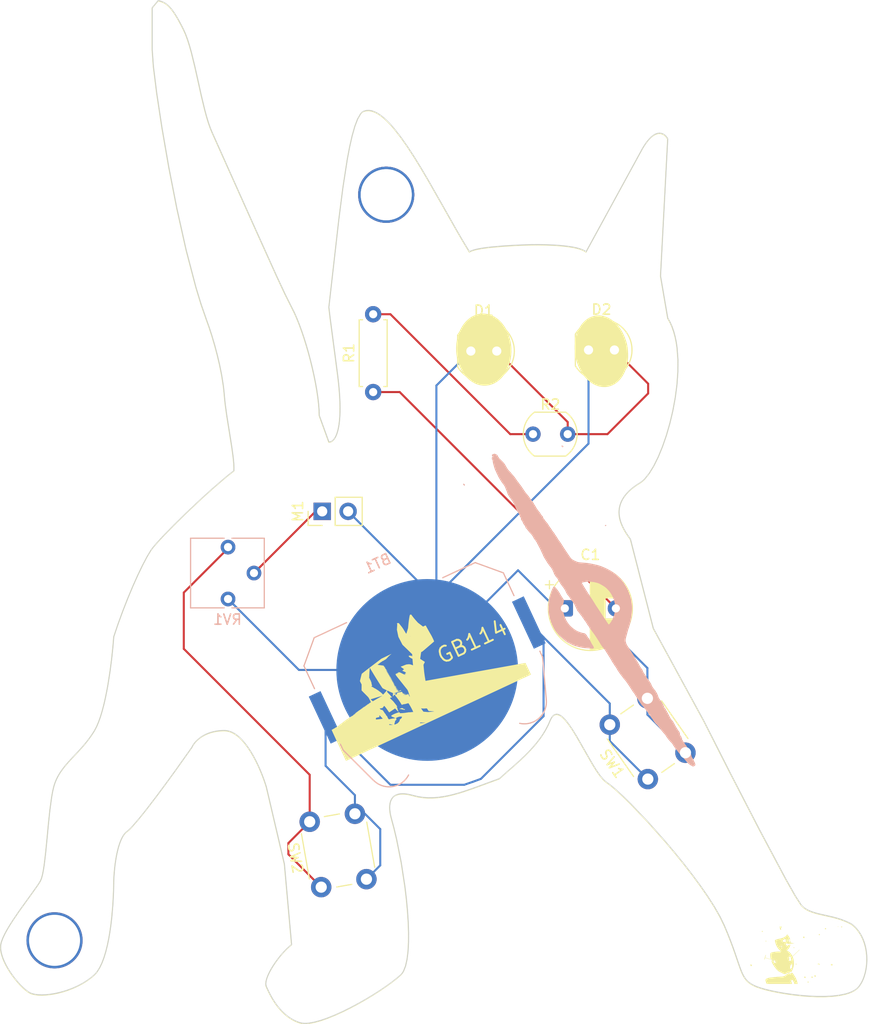
<source format=kicad_pcb>
(kicad_pcb (version 20241229) (generator "pcbnew") (generator_version "9.0")
  (title_block (title "Cat Keychain") (date "2025-06-24") (rev "0"))
  (layers (0 "F.Cu" signal) (2 "B.Cu" signal) (13 "F.Paste" user) (15 "B.Paste" user) (5 "F.SilkS" user "F.Silkscreen") (7 "B.SilkS" user "B.Silkscreen") (1 "F.Mask" user) (3 "B.Mask" user) (25 "Edge.Cuts" user))
  (net 0 "")
  (net 1 "VCC")
  (net 2 "GND")
  (net 3 "Net-(C1-Pad2)")
  (net 4 "Net-(D1-A)")
  (net 5 "Net-(M1-+)")
  (net 6 "Net-(R1-Pad2)")
  (net 7 "Net-(RV1-Pad1)")
  (footprint "LED_THT:LED_D5.0mm" (layer "F.Cu") (at 81.875679 55.035924)
    (property "Reference" "D1" (at 1.27 -3.96 0) (layer "F.SilkS"))
    (property "Value" "LED")
    (pad "1" thru_hole rect (at 0 0) (size 1.8 1.8) (drill 0.9) (layers "*.Cu" "*.Mask") (net 2 "GND"))
    (pad "2" thru_hole circle (at 2.54 0) (size 1.8 1.8) (drill 0.9) (layers "*.Cu" "*.Mask") (net 4 "Net-(D1-A)"))
  )
  (footprint "Connector_PinHeader_2.54mm:PinHeader_1x02_P2.54mm_Vertical" (layer "F.Cu") (at 67.310679 70.730515 90)
    (property "Reference" "M1" (at 0 -2.38 90) (layer "F.SilkS"))
    (property "Value" "Motor_DC")
    (pad "1" thru_hole rect (at 0 0 90) (size 1.7 1.7) (drill 1) (layers "*.Cu" "*.Mask") (net 5 "Net-(M1-+)"))
    (pad "2" thru_hole circle (at 0 2.54 90) (size 1.7 1.7) (drill 1) (layers "*.Cu" "*.Mask") (net 2 "GND"))
  )
  (footprint "LOGO" (layer "F.Cu") (at 113.248804 114.185397)
    (property "Reference" "G***" (hide yes))
    (property "Value" "LOGO" (hide yes))
  )
  (footprint "Resistor_THT:R_Axial_DIN0207_L6.3mm_D2.5mm_P7.62mm_Horizontal" (layer "F.Cu") (at 72.305679 59.050515 90)
    (property "Reference" "R1" (at 3.81 -2.37 90) (layer "F.SilkS"))
    (property "Value" "R")
    (pad "1" thru_hole circle (at 0 0 90) (size 1.6 1.6) (drill 0.8) (layers "*.Cu" "*.Mask") (net 3 "Net-(C1-Pad2)"))
    (pad "2" thru_hole circle (at 7.62 0 90) (size 1.6 1.6) (drill 0.8) (layers "*.Cu" "*.Mask") (net 6 "Net-(R1-Pad2)"))
  )
  (footprint "OptoDevice:R_LDR_5.1x4.3mm_P3.4mm_Vertical" (layer "F.Cu") (at 87.965679 63.170515)
    (property "Reference" "R2" (at 1.7 -2.9 0) (layer "F.SilkS"))
    (property "Value" "R_Photo")
    (pad "1" thru_hole circle (at 0 0) (size 1.5 1.5) (drill 0.8) (layers "*.Cu" "*.Mask") (net 6 "Net-(R1-Pad2)"))
    (pad "2" thru_hole circle (at 3.4 0) (size 1.5 1.5) (drill 0.8) (layers "*.Cu" "*.Mask") (net 4 "Net-(D1-A)"))
  )
  (footprint "Button_Switch_THT:SW_PUSH_6mm" (layer "F.Cu") (at 67.214392 107.523298 100)
    (property "Reference" "SW2" (at 3.25 -2 100) (layer "F.SilkS"))
    (property "Value" "SW_Push")
    (pad "1" thru_hole circle (at 0 0 190) (size 2 2) (drill 1.1) (layers "*.Cu" "*.Mask") (net 7 "Net-(RV1-Pad1)"))
    (pad "1" thru_hole circle (at 6.500001 0 190) (size 2 2) (drill 1.1) (layers "*.Cu" "*.Mask") (net 7 "Net-(RV1-Pad1)"))
    (pad "2" thru_hole circle (at 0 4.5 190) (size 2 2) (drill 1.1) (layers "*.Cu" "*.Mask") (net 1 "VCC"))
    (pad "2" thru_hole circle (at 6.5 4.499999 190) (size 2 2) (drill 1.1) (layers "*.Cu" "*.Mask") (net 1 "VCC"))
  )
  (footprint "Button_Switch_THT:SW_PUSH_6mm" (layer "F.Cu") (at 99.21671 96.943307 125)
    (property "Reference" "SW1" (at 3.25 -2.000001 125) (layer "F.SilkS"))
    (property "Value" "SW_Push")
    (pad "1" thru_hole circle (at 0 0 215) (size 2 2) (drill 1.1) (layers "*.Cu" "*.Mask") (net 1 "VCC"))
    (pad "1" thru_hole circle (at 6.5 0 215) (size 2 2) (drill 1.1) (layers "*.Cu" "*.Mask") (net 1 "VCC"))
    (pad "2" thru_hole circle (at 0 4.500001 215) (size 2 2) (drill 1.1) (layers "*.Cu" "*.Mask") (net 3 "Net-(C1-Pad2)"))
    (pad "2" thru_hole circle (at 6.500001 4.5 215) (size 2 2) (drill 1.1) (layers "*.Cu" "*.Mask") (net 3 "Net-(C1-Pad2)"))
  )
  (footprint "LED_THT:LED_D5.0mm" (layer "F.Cu") (at 93.405679 54.930515)
    (property "Reference" "D2" (at 1.27 -3.96 0) (layer "F.SilkS"))
    (property "Value" "LED")
    (pad "1" thru_hole rect (at 0 0) (size 1.8 1.8) (drill 0.9) (layers "*.Cu" "*.Mask") (net 2 "GND"))
    (pad "2" thru_hole circle (at 2.54 0) (size 1.8 1.8) (drill 0.9) (layers "*.Cu" "*.Mask") (net 4 "Net-(D1-A)"))
  )
  (footprint "LOGO" (layer "F.Cu") (at 76.328777 85.839623 25)
    (property "Reference" "GB114" (at 6.128641 0.276344 25) (layer "F.SilkS") (effects (font (size 1.5 1.5) (thickness 0.1875))))
    (property "Value" "LOGO" (hide yes))
  )
  (footprint "Capacitor_THT:CP_Radial_D8.0mm_P5.00mm" (layer "F.Cu") (at 91.085679 80.230515)
    (property "Reference" "C1" (at 2.5 -5.25 0) (layer "F.SilkS"))
    (property "Value" "C")
    (pad "1" thru_hole roundrect (at 0 0) (size 1.6 1.6) (drill 0.8) (layers "*.Cu" "*.Mask") (roundrect_rratio 0.15625) (net 2 "GND"))
    (pad "2" thru_hole circle (at 5 0) (size 1.6 1.6) (drill 0.8) (layers "*.Cu" "*.Mask") (net 3 "Net-(C1-Pad2)"))
  )
  (footprint "Battery:BatteryHolder_Keystone_3034_1x20mm" (layer "B.Cu") (at 77.599564 86.257652 -155)
    (property "Reference" "BT1" (at 0.000001 11.5 25) (layer "B.SilkS") (effects (justify mirror)))
    (property "Value" "Battery_Cell")
    (pad "1" smd rect (at -10.985001 -0.000001 205) (size 1.27 5.08) (layers "B.Cu" "B.Mask" "B.Paste") (net 1 "VCC"))
    (pad "1" smd rect (at 10.985001 0.000001 205) (size 1.27 5.08) (layers "B.Cu" "B.Mask" "B.Paste") (net 1 "VCC"))
    (pad "2" smd circle (at 0 0 205) (size 17.8 17.8) (layers "B.Cu" "B.Mask") (net 2 "GND"))
  )
  (footprint "LOGO" (layer "B.Cu") (at 96.670426 80.650152 150)
    (property "Reference" "GB114" (hide yes))
    (property "Value" "LOGO" (hide yes))
  )
  (footprint "Potentiometer_THT:Potentiometer_Vishay_T73YP_Vertical" (layer "B.Cu") (at 58.085679 74.230515)
    (property "Reference" "RV1" (at -0.06 7.09 0) (layer "B.SilkS") (effects (justify mirror)))
    (property "Value" "R_Potentiometer")
    (pad "1" thru_hole circle (at 0 0) (size 1.44 1.44) (drill 0.8) (layers "*.Cu" "*.Mask") (net 7 "Net-(RV1-Pad1)"))
    (pad "2" thru_hole circle (at 2.54 2.54) (size 1.44 1.44) (drill 0.8) (layers "*.Cu" "*.Mask") (net 5 "Net-(M1-+)"))
    (pad "3" thru_hole circle (at 0 5.08) (size 1.44 1.44) (drill 0.8) (layers "*.Cu" "*.Mask") (net 2 "GND"))
  )
  (gr_poly (pts (xy 51.386372 20.788955) (xy 51.531712 20.834757) (xy 51.602617 20.860907) (xy 51.672568 20.889643) (xy 51.741735 20.921279) (xy 51.810286 20.95613) (xy 51.878388 20.994511) (xy 51.946209 21.036737) (xy 52.013919 21.083122) (xy 52.081684 21.133981) (xy 52.149674 21.189629) (xy 52.218056 21.250381) (xy 52.286999 21.316552) (xy 52.356671 21.388455) (xy 52.427239 21.466407) (xy 52.498872 21.550721) (xy 52.571739 21.641712) (xy 52.646006 21.739696) (xy 52.721844 21.844987) (xy 52.799418 21.9579) (xy 52.878899 22.078749) (xy 52.960454 22.207849) (xy 53.130457 22.492063) (xy 53.310775 22.813058) (xy 53.502752 23.173354) (xy 53.707732 23.575468) (xy 53.913778 24.035848) (xy 54.109032 24.563009) (xy 54.294967 25.147567) (xy 54.473054 25.780142) (xy 54.811567 27.151808) (xy 55.136343 28.602948) (xy 55.459152 30.058503) (xy 55.791765 31.443415) (xy 55.965425 32.085924) (xy 56.145951 32.682624) (xy 56.334813 33.224134) (xy 56.533482 33.701071) (xy 60.733845 43.070195) (xy 62.837334 47.729372) (xy 63.680321 49.528167) (xy 64.304295 50.773309) (xy 64.552019 51.266142) (xy 64.799261 51.820685) (xy 65.043881 52.428556) (xy 65.283741 53.081373) (xy 65.516702 53.770753) (xy 65.740626 54.488315) (xy 65.953374 55.225677) (xy 66.152807 55.974456) (xy 66.336786 56.72627) (xy 66.503174 57.472738) (xy 66.649831 58.205477) (xy 66.774619 58.916106) (xy 66.875399 59.596242) (xy 66.950033 60.237502) (xy 66.996381 60.831506) (xy 67.012306 61.369871) (xy 67.95422 63.960145) (xy 68.010518 63.963493) (xy 68.06877 63.958464) (xy 68.128582 63.944496) (xy 68.189562 63.921028) (xy 68.251319 63.887501) (xy 68.313459 63.843352) (xy 68.375591 63.788023) (xy 68.437322 63.720952) (xy 68.498259 63.641579) (xy 68.55801 63.549343) (xy 68.616184 63.443683) (xy 68.672387 63.324039) (xy 68.726227 63.189851) (xy 68.777312 63.040558) (xy 68.825249 62.875599) (xy 68.869647 62.694414) (xy 68.910112 62.496441) (xy 68.946252 62.281122) (xy 68.977676 62.047894) (xy 69.00399 61.796198) (xy 69.024802 61.525473) (xy 69.03972 61.235158) (xy 69.048351 60.924693) (xy 69.050304 60.593517) (xy 69.045185 60.241069) (xy 69.032603 59.86679) (xy 69.012164 59.470118) (xy 68.983478 59.050492) (xy 68.94615 58.607354) (xy 68.89979 58.14014) (xy 68.844004 57.648292) (xy 68.7784 57.131249) (xy 68.068988 51.744662) (xy 67.95422 50.773309) (xy 68.583163 45.23426) (xy 68.937589 42.131609) (xy 69.327299 39.083363) (xy 69.758777 36.296888) (xy 69.992206 35.066617) (xy 70.238508 33.979551) (xy 70.498496 33.061612) (xy 70.772978 32.33872) (xy 71.062766 31.836795) (xy 71.213652 31.676796) (xy 71.36867 31.581759) (xy 71.627292 31.513009) (xy 71.895077 31.50363) (xy 72.171528 31.550909) (xy 72.45615 31.652127) (xy 72.748448 31.804569) (xy 73.047924 32.005518) (xy 73.354083 32.252258) (xy 73.66643 32.542073) (xy 73.984469 32.872245) (xy 74.307703 33.240059) (xy 74.967775 34.077746) (xy 75.642679 35.033403) (xy 76.328449 36.085298) (xy 77.021118 37.2117) (xy 77.716718 38.390878) (xy 79.100849 40.820636) (xy 80.449105 43.200724) (xy 81.099863 44.317812) (xy 81.729753 45.35729) (xy 81.809132 45.303468) (xy 81.913606 45.252342) (xy 82.190592 45.157914) (xy 82.546225 45.073491) (xy 82.966017 44.998552) (xy 83.43548 44.932583) (xy 83.940128 44.875064) (xy 84.997024 44.78331) (xy 86.020806 44.719151) (xy 86.895574 44.678448) (xy 87.734469 44.650853) (xy 88.448265 44.645334) (xy 89.199775 44.657062) (xy 90.089261 44.695005) (xy 90.556425 44.727688) (xy 91.0229 44.771582) (xy 91.476956 44.828238) (xy 91.906867 44.899209) (xy 92.300903 44.986048) (xy 92.647339 45.090306) (xy 92.79904 45.149452) (xy 92.934444 45.213536) (xy 93.052083 45.28275) (xy 93.150492 45.35729) (xy 98.684249 35.231686) (xy 98.806695 35.028755) (xy 98.926743 34.843398) (xy 99.044342 34.674978) (xy 99.15944 34.522857) (xy 99.271986 34.386396) (xy 99.381927 34.264957) (xy 99.489213 34.157902) (xy 99.59379 34.064593) (xy 99.695608 33.984391) (xy 99.794614 33.916659) (xy 99.890758 33.860759) (xy 99.983987 33.816052) (xy 100.074249 33.7819) (xy 100.161493 33.757665) (xy 100.245667 33.742709) (xy 100.326719 33.736394) (xy 100.404598 33.738081) (xy 100.479252 33.747133) (xy 100.550628 33.762911) (xy 100.618676 33.784777) (xy 100.683344 33.812094) (xy 100.744579 33.844222) (xy 100.802331 33.880524) (xy 100.856547 33.920362) (xy 100.954165 34.008092) (xy 101.03702 34.102306) (xy 101.104698 34.197901) (xy 101.156784 34.28977) (xy 100.450343 47.712082) (xy 101.156784 51.832968) (xy 101.383597 52.237794) (xy 101.579106 52.677697) (xy 101.744433 53.149809) (xy 101.880698 53.651262) (xy 101.989024 54.179189) (xy 102.07053 54.730723) (xy 102.157569 55.893143) (xy 102.150785 57.115582) (xy 102.059146 58.375102) (xy 101.891619 59.648765) (xy 101.657175 60.913632) (xy 101.36478 62.146764) (xy 101.023404 63.325223) (xy 100.642015 64.426071) (xy 100.229582 65.426369) (xy 99.795073 66.303178) (xy 99.347456 67.033559) (xy 98.8957 67.594575) (xy 98.671072 67.804403) (xy 98.448773 67.963287) (xy 98.134589 68.162246) (xy 97.850991 68.363019) (xy 97.596758 68.565257) (xy 97.370668 68.768609) (xy 97.171499 68.972729) (xy 96.99803 69.177264) (xy 96.84904 69.381868) (xy 96.723307 69.586189) (xy 96.619609 69.789879) (xy 96.536726 69.992588) (xy 96.473434 70.193968) (xy 96.428514 70.393668) (xy 96.400743 70.59134) (xy 96.388899 70.786633) (xy 96.391762 70.9792) (xy 96.40811 71.16869) (xy 96.436722 71.354753) (xy 96.476375 71.537042) (xy 96.525848 71.715206) (xy 96.58392 71.888896) (xy 96.720974 72.221457) (xy 96.877765 72.531929) (xy 97.044521 72.81752) (xy 97.21147 73.075433) (xy 97.506855 73.497048) (xy 99.743908 82.209779) (xy 104.688972 91.275724) (xy 107.222178 96.266044) (xy 110.149113 101.934101) (xy 112.730203 106.776508) (xy 113.65994 108.418285) (xy 114.225875 109.289879) (xy 114.317586 109.391721) (xy 114.415937 109.48566) (xy 114.52067 109.572209) (xy 114.631525 109.651881) (xy 114.748244 109.725188) (xy 114.870569 109.792645) (xy 114.99824 109.854763) (xy 115.130999 109.912057) (xy 115.410745 110.014223) (xy 115.707739 110.103246) (xy 116.019909 110.183232) (xy 116.345188 110.258285) (xy 117.02679 110.410014) (xy 117.378974 110.494898) (xy 117.735987 110.591269) (xy 118.09576 110.703231) (xy 118.456222 110.834889) (xy 118.636066 110.909387) (xy 118.815305 110.990349) (xy 118.993683 111.078286) (xy 119.170939 111.173714) (xy 119.341917 111.311575) (xy 119.501736 111.459784) (xy 119.650551 111.617652) (xy 119.788518 111.784488) (xy 119.915792 111.959603) (xy 120.032528 112.142306) (xy 120.138882 112.331908) (xy 120.235008 112.527719) (xy 120.321061 112.729049) (xy 120.397198 112.935208) (xy 120.463573 113.145507) (xy 120.520341 113.359255) (xy 120.567658 113.575762) (xy 120.605679 113.794339) (xy 120.654453 114.234942) (xy 120.667906 114.675546) (xy 120.647279 115.11063) (xy 120.593813 115.534676) (xy 120.508751 115.942166) (xy 120.393334 116.327579) (xy 120.324631 116.510282) (xy 120.248804 116.685397) (xy 120.16601 116.852233) (xy 120.076404 117.0101) (xy 119.98014 117.15831) (xy 119.877374 117.296171) (xy 119.729369 117.453561) (xy 119.551549 117.594975) (xy 119.345832 117.720997) (xy 119.114136 117.832208) (xy 118.858381 117.92919) (xy 118.580485 118.012525) (xy 117.965945 118.140584) (xy 117.285867 118.221041) (xy 116.5556 118.258553) (xy 115.790494 118.257777) (xy 115.005899 118.223369) (xy 114.217165 118.159986) (xy 113.439641 118.072285) (xy 112.688678 117.964923) (xy 111.979625 117.842555) (xy 111.327832 117.70984) (xy 110.748649 117.571433) (xy 110.257425 117.431991) (xy 109.869512 117.296171) (xy 109.710354 117.229156) (xy 109.563463 117.160179) (xy 109.427999 117.088658) (xy 109.30312 117.014011) (xy 109.187985 116.935656) (xy 109.081754 116.85301) (xy 108.983587 116.765493) (xy 108.892641 116.672521) (xy 108.808077 116.573512) (xy 108.729053 116.467885) (xy 108.654729 116.355057) (xy 108.584264 116.234447) (xy 108.516818 116.105472) (xy 108.451549 115.96755) (xy 108.387616 115.820099) (xy 108.32418 115.662536) (xy 108.195431 115.314751) (xy 108.058575 114.919535) (xy 107.733641 113.96819) (xy 107.53211 113.402747) (xy 107.295567 112.771248) (xy 107.162064 112.429272) (xy 107.017286 112.069036) (xy 106.860392 111.689958) (xy 106.690541 111.291455) (xy 106.272502 110.430427) (xy 105.735977 109.491787) (xy 105.097693 108.491748) (xy 104.374383 107.446522) (xy 103.582774 106.372321) (xy 102.739596 105.285357) (xy 101.86158 104.201843) (xy 100.965454 103.13799) (xy 99.185793 101.134118) (xy 97.53445 99.403438) (xy 96.798721 98.681076) (xy 96.14526 98.075648) (xy 95.590797 97.603368) (xy 95.152061 97.280446) (xy 94.997942 97.163252) (xy 94.837652 97.009073) (xy 94.50054 96.602737) (xy 94.144693 96.087391) (xy 93.774076 95.488986) (xy 92.223232 92.783793) (xy 91.838258 92.159358) (xy 91.462312 91.607571) (xy 91.099358 91.154384) (xy 90.923993 90.972874) (xy 90.753364 90.825746) (xy 90.587966 90.716244) (xy 90.428296 90.64761) (xy 90.274848 90.62309) (xy 90.128119 90.645927) (xy 89.988604 90.719365) (xy 89.856799 90.846648) (xy 89.733201 91.031019) (xy 89.618304 91.275724) (xy 89.521406 91.505568) (xy 89.416523 91.731325) (xy 89.18451 92.170837) (xy 88.925679 92.594782) (xy 88.643442 93.003682) (xy 88.341213 93.39806) (xy 88.022404 93.778439) (xy 87.690427 94.145341) (xy 87.348697 94.499288) (xy 87.000624 94.840804) (xy 86.649624 95.170411) (xy 85.952488 95.795987) (xy 85.284593 96.380197) (xy 84.67324 96.927222) (xy 82.328751 97.787459) (xy 81.237637 98.164871) (xy 80.708016 98.330017) (xy 80.187363 98.475501) (xy 79.674437 98.598358) (xy 79.167996 98.695619) (xy 78.666798 98.76432) (xy 78.169602 98.801493) (xy 77.675164 98.804172) (xy 77.182245 98.769391) (xy 76.689602 98.694183) (xy 76.195992 98.575581) (xy 75.957092 98.512916) (xy 75.734548 98.465745) (xy 75.527839 98.433375) (xy 75.336444 98.41511) (xy 75.159841 98.410259) (xy 74.997508 98.418125) (xy 74.848923 98.438015) (xy 74.713566 98.469234) (xy 74.590914 98.511089) (xy 74.480445 98.562886) (xy 74.381638 98.62393) (xy 74.293971 98.693527) (xy 74.216922 98.770983) (xy 74.149971 98.855604) (xy 74.092594 98.946695) (xy 74.044271 99.043564) (xy 74.004479 99.145514) (xy 73.972698 99.251853) (xy 73.948405 99.361885) (xy 73.931079 99.474918) (xy 73.920198 99.590256) (xy 73.91524 99.707207) (xy 73.921008 99.943165) (xy 73.944209 100.17724) (xy 73.98067 100.403879) (xy 74.026217 100.617528) (xy 74.076678 100.812634) (xy 74.343129 101.80981) (xy 74.595906 102.877236) (xy 75.048432 105.15799) (xy 75.410253 107.5252) (xy 75.549647 108.700697) (xy 75.657363 109.849172) (xy 75.7304 110.954414) (xy 75.765757 112.000211) (xy 75.760434 112.97035) (xy 75.71143 113.848621) (xy 75.615745 114.618811) (xy 75.470378 115.264708) (xy 75.272328 115.770101) (xy 75.15261 115.965042) (xy 75.018595 116.118777) (xy 74.617775 116.469179) (xy 74.13003 116.85235) (xy 73.567778 117.259667) (xy 72.943436 117.682506) (xy 72.269423 118.112244) (xy 71.558157 118.540257) (xy 70.822055 118.957922) (xy 70.073534 119.356616) (xy 69.325014 119.727714) (xy 68.588912 120.062593) (xy 67.877645 120.35263) (xy 67.203632 120.589201) (xy 66.57929 120.763683) (xy 66.017037 120.867453) (xy 65.763075 120.890125) (xy 65.529292 120.891885) (xy 65.31724 120.871656) (xy 65.128471 120.828359) (xy 64.954607 120.769438) (xy 64.786175 120.703317) (xy 64.62309 120.630384) (xy 64.465266 120.551026) (xy 64.312616 120.465632) (xy 64.165053 120.374589) (xy 64.022492 120.278286) (xy 63.884847 120.177111) (xy 63.75203 120.071452) (xy 63.623957 119.961696) (xy 63.381694 119.731449) (xy 63.157368 119.489473) (xy 62.950289 119.238874) (xy 62.759767 118.982757) (xy 62.585112 118.724224) (xy 62.425635 118.466381) (xy 62.280645 118.212333) (xy 62.149453 117.965183) (xy 62.031368 117.728037) (xy 61.831763 117.296171) (xy 61.802477 117.212216) (xy 61.784938 117.119678) (xy 61.778659 117.019126) (xy 61.783153 116.911129) (xy 61.797932 116.796257) (xy 61.822508 116.675079) (xy 61.856396 116.548163) (xy 61.899107 116.416079) (xy 62.00905 116.138683) (xy 62.148439 115.847443) (xy 62.313377 115.546913) (xy 62.499965 115.241645) (xy 62.704305 114.936192) (xy 62.922498 114.635107) (xy 63.150648 114.342943) (xy 63.384855 114.064252) (xy 63.621221 113.803588) (xy 63.855849 113.565503) (xy 64.084839 113.354551) (xy 64.304295 113.175283) (xy 63.597857 105.286732) (xy 61.831763 97.751398) (xy 61.716681 97.385286) (xy 61.578093 96.984045) (xy 61.416967 96.55578) (xy 61.234268 96.108598) (xy 61.030962 95.650605) (xy 60.808015 95.189909) (xy 60.566394 94.734615) (xy 60.307065 94.29283) (xy 60.030994 93.87266) (xy 59.739147 93.482212) (xy 59.43249 93.129592) (xy 59.27391 92.970001) (xy 59.11199 92.822907) (xy 58.946851 92.689323) (xy 58.778613 92.570263) (xy 58.607397 92.466739) (xy 58.433324 92.379766) (xy 58.256515 92.310356) (xy 58.077091 92.259523) (xy 57.895172 92.228281) (xy 57.710879 92.217641) (xy 57.528396 92.220811) (xy 57.351796 92.230117) (xy 57.181024 92.24526) (xy 57.016031 92.265936) (xy 56.70317 92.322682) (xy 56.412799 92.397941) (xy 56.144504 92.489297) (xy 55.897872 92.594336) (xy 55.672488 92.710643) (xy 55.467938 92.835803) (xy 55.283809 92.967401) (xy 55.119687 93.103021) (xy 54.975157 93.24025) (xy 54.849806 93.376672) (xy 54.74322 93.509873) (xy 54.654984 93.637436) (xy 54.584686 93.756948) (xy 54.53191 93.865994) (xy 52.942429 96.104151) (xy 52.009711 97.386455) (xy 51.058595 98.666828) (xy 50.144273 99.862206) (xy 49.321934 100.889531) (xy 48.646771 101.665739) (xy 48.381627 101.933717) (xy 48.173972 102.107769) (xy 48.087497 102.175839) (xy 48.004636 102.255977) (xy 47.925325 102.347508) (xy 47.849499 102.449761) (xy 47.777094 102.562063) (xy 47.708045 102.683742) (xy 47.579756 102.952537) (xy 47.464116 103.250768) (xy 47.360605 103.573052) (xy 47.268708 103.914009) (xy 47.187906 104.268258) (xy 47.117682 104.630419) (xy 47.057519 104.995111) (xy 47.006899 105.356953) (xy 46.965305 105.710565) (xy 46.907124 106.371574) (xy 46.878837 106.935091) (xy 46.859704 107.981639) (xy 46.796419 109.214455) (xy 46.680151 110.554892) (xy 46.59939 111.240891) (xy 46.50207 111.924304) (xy 46.387091 112.595299) (xy 46.253346 113.244045) (xy 46.099732 113.860712) (xy 45.925147 114.435469) (xy 45.728485 114.958484) (xy 45.508643 115.419928) (xy 45.264517 115.80997) (xy 45.133003 115.975142) (xy 44.995004 116.118777) (xy 44.814029 116.280899) (xy 44.624797 116.436122) (xy 44.224408 116.725872) (xy 43.799528 116.988026) (xy 43.355848 117.222585) (xy 42.899061 117.429549) (xy 42.434858 117.608918) (xy 41.96893 117.760691) (xy 41.506969 117.88487) (xy 41.054666 117.981453) (xy 40.617713 118.050441) (xy 40.201801 118.091833) (xy 39.812623 118.105631) (xy 39.455868 118.091834) (xy 39.13723 118.050441) (xy 38.862399 117.981454) (xy 38.74319 117.936612) (xy 38.637067 117.884871) (xy 38.535062 117.82391) (xy 38.42812 117.751781) (xy 38.201753 117.576264) (xy 37.962623 117.362803) (xy 37.715388 117.115883) (xy 37.464703 116.839989) (xy 37.215225 116.539603) (xy 36.971611 116.219211) (xy 36.738518 115.883296) (xy 36.520602 115.536344) (xy 36.32252 115.182837) (xy 36.148929 114.827261) (xy 36.072773 114.650099) (xy 36.004486 114.4741) (xy 35.944649 114.299826) (xy 35.893846 114.127837) (xy 35.852658 113.958694) (xy 35.821667 113.792957) (xy 35.801456 113.631187) (xy 35.792606 113.473945) (xy 35.7957 113.32179) (xy 35.811319 113.175283) (xy 35.841512 113.025723) (xy 35.887292 112.864608) (xy 36.021732 112.51116) (xy 36.206879 112.121838) (xy 36.434971 111.70354) (xy 36.698246 111.263167) (xy 36.988944 110.807616) (xy 37.621564 109.878578) (xy 38.874386 108.14192) (xy 39.370409 107.444682) (xy 39.558661 107.162981) (xy 39.696723 106.935091) (xy 39.801815 106.681905) (xy 39.897248 106.327996) (xy 39.984403 105.885782) (xy 40.064659 105.367681) (xy 40.209994 104.153491) (xy 40.34429 102.784767) (xy 40.478587 101.360854) (xy 40.623922 99.981092) (xy 40.791333 98.744826) (xy 40.886766 98.211549) (xy 40.991858 97.751398) (xy 41.051127 97.545387) (xy 41.118307 97.346468) (xy 41.193034 97.154147) (xy 41.274939 96.967926) (xy 41.363657 96.787311) (xy 41.458821 96.611805) (xy 41.560064 96.440913) (xy 41.667021 96.274138) (xy 41.896607 95.950958) (xy 42.144648 95.638299) (xy 42.408211 95.332194) (xy 42.684364 95.028675) (xy 43.262714 94.413532) (xy 43.559047 94.093974) (xy 43.856241 93.761135) (xy 44.151366 93.411049) (xy 44.44149 93.039749) (xy 44.72368 92.643269) (xy 44.860883 92.434346) (xy 44.995004 92.217641) (xy 45.200703 91.829067) (xy 45.39403 91.37553) (xy 45.575124 90.865654) (xy 45.744121 90.308062) (xy 45.90116 89.711378) (xy 46.046379 89.084224) (xy 46.179917 88.435224) (xy 46.30191 87.773) (xy 46.511817 86.443376) (xy 46.677204 85.164337) (xy 46.799176 84.004868) (xy 46.878837 83.033955) (xy 47.301273 81.781131) (xy 47.763723 80.51727) (xy 48.251009 79.275485) (xy 48.747953 78.088891) (xy 49.239377 76.990602) (xy 49.710106 76.013731) (xy 50.14496 75.191394) (xy 50.528764 74.556704) (xy 50.718308 74.302569) (xy 50.997606 73.970719) (xy 51.356517 73.571192) (xy 51.784898 73.114026) (xy 52.809508 72.066926) (xy 53.990308 70.909721) (xy 55.246166 69.722714) (xy 56.495953 68.586205) (xy 57.658539 67.580498) (xy 58.181779 67.151789) (xy 58.652794 66.785894) (xy 58.65722 66.483739) (xy 58.642582 66.139453) (xy 58.611157 65.757449) (xy 58.565222 65.342145) (xy 58.438928 64.429297) (xy 58.281912 63.436231) (xy 57.948564 61.35075) (xy 57.808657 60.328983) (xy 57.753364 59.838797) (xy 57.710879 59.368298) (xy 57.667761 58.902112) (xy 57.60988 58.423715) (xy 57.454794 57.44105) (xy 57.255557 56.441828) (xy 57.022101 55.447573) (xy 56.764362 54.479808) (xy 56.492273 53.56006) (xy 56.215769 52.709851) (xy 55.944785 51.950706) (xy 55.434166 50.481548) (xy 54.931178 48.833643) (xy 53.962069 45.134321) (xy 53.065397 41.118205) (xy 52.269102 37.050763) (xy 51.601126 33.197459) (xy 51.089407 29.82376) (xy 50.761886 27.195132) (xy 50.646504 25.577041) (xy 50.646504 21.456156) (xy 51.235202 20.749718)) (stroke (width 0.1)) (fill no) (layer "F.SilkS"))
  (gr_poly (pts (xy 83.23522 51.370571) (xy 83.371735 51.38591) (xy 83.506533 51.40995) (xy 83.639433 51.442481) (xy 83.770254 51.483287) (xy 83.898813 51.532158) (xy 84.02493 51.58888) (xy 84.148422 51.65324) (xy 84.269108 51.725026) (xy 84.386807 51.804025) (xy 84.501337 51.890024) (xy 84.612517 51.982811) (xy 84.720165 52.082173) (xy 84.8241 52.187897) (xy 84.924139 52.29977) (xy 85.020102 52.417579) (xy 85.111807 52.541113) (xy 85.199073 52.670158) (xy 85.281717 52.804501) (xy 85.359559 52.94393) (xy 85.432416 53.088233) (xy 85.500108 53.237195) (xy 85.562453 53.390605) (xy 85.619269 53.54825) (xy 85.670374 53.709917) (xy 85.715588 53.875394) (xy 85.754728 54.044467) (xy 85.787614 54.216924) (xy 85.814063 54.392552) (xy 85.833895 54.571139) (xy 85.846926 54.752472) (xy 85.851865 55.113855) (xy 85.82924 55.466235) (xy 85.780318 55.807769) (xy 85.706364 56.136612) (xy 85.608647 56.45092) (xy 85.488431 56.748849) (xy 85.346983 57.028555) (xy 85.185571 57.288193) (xy 85.005459 57.525918) (xy 84.908787 57.635988) (xy 84.807915 57.739888) (xy 84.703001 57.837387) (xy 84.594204 57.928256) (xy 84.481683 58.012264) (xy 84.365594 58.08918) (xy 84.246098 58.158774) (xy 84.123351 58.220815) (xy 83.997512 58.275073) (xy 83.868741 58.321317) (xy 83.737194 58.359316) (xy 83.60303 58.388841) (xy 83.466407 58.40966) (xy 83.327485 58.421543) (xy 83.188081 58.424246) (xy 83.050032 58.417823) (xy 82.913517 58.402484) (xy 82.778719 58.378443) (xy 82.645819 58.345913) (xy 82.514999 58.305106) (xy 82.38644 58.256236) (xy 82.260324 58.199514) (xy 82.136832 58.135154) (xy 82.016145 58.063368) (xy 81.898446 57.984369) (xy 81.783916 57.898369) (xy 81.672736 57.805582) (xy 81.565088 57.706221) (xy 81.461154 57.600497) (xy 81.361114 57.488624) (xy 81.265151 57.370814) (xy 81.173446 57.24728) (xy 81.086181 57.118235) (xy 81.003537 56.983892) (xy 80.925695 56.844463) (xy 80.852837 56.700161) (xy 80.785146 56.551198) (xy 80.722801 56.397788) (xy 80.665985 56.240143) (xy 80.61488 56.078477) (xy 80.569666 55.913) (xy 80.530526 55.743927) (xy 80.49764 55.571471) (xy 80.471191 55.395843) (xy 80.45136 55.217256) (xy 80.438329 55.035924) (xy 80.43339 54.674542) (xy 80.456014 54.322161) (xy 80.504937 53.980627) (xy 80.57889 53.651784) (xy 80.676608 53.337475) (xy 80.796823 53.039546) (xy 80.938271 52.75984) (xy 81.099684 52.500202) (xy 81.279796 52.262476) (xy 81.376468 52.152406) (xy 81.47734 52.048506) (xy 81.582254 51.951007) (xy 81.69105 51.860137) (xy 81.803572 51.776129) (xy 81.91966 51.699213) (xy 82.039157 51.629619) (xy 82.161903 51.567578) (xy 82.287741 51.51332) (xy 82.416513 51.467076) (xy 82.54806 51.429077) (xy 82.682223 51.399552) (xy 82.818845 51.378733) (xy 82.957767 51.36685) (xy 83.097171 51.364147)) (fill yes) (layer "F.SilkS"))
  (gr_poly (pts (xy 94.579714 51.556291) (xy 94.709978 51.573372) (xy 94.839294 51.598902) (xy 94.967463 51.632691) (xy 95.094286 51.674549) (xy 95.219565 51.724285) (xy 95.3431 51.78171) (xy 95.464694 51.846633) (xy 95.584146 51.918863) (xy 95.701259 51.998211) (xy 95.815833 52.084485) (xy 95.92767 52.177496) (xy 96.036571 52.277054) (xy 96.142336 52.382968) (xy 96.244768 52.495047) (xy 96.343667 52.613102) (xy 96.438835 52.736943) (xy 96.530072 52.866378) (xy 96.617181 53.001217) (xy 96.699961 53.141271) (xy 96.778215 53.286349) (xy 96.851743 53.436261) (xy 96.920347 53.590816) (xy 96.983828 53.749824) (xy 97.041986 53.913095) (xy 97.094624 54.080438) (xy 97.141542 54.251664) (xy 97.182542 54.426581) (xy 97.217425 54.605) (xy 97.266966 54.962981) (xy 97.28921 55.315183) (xy 97.285132 55.659629) (xy 97.255705 55.994347) (xy 97.201903 56.31736) (xy 97.1247 56.626695) (xy 97.02507 56.920377) (xy 96.903987 57.196432) (xy 96.762424 57.452884) (xy 96.601355 57.68776) (xy 96.513811 57.796489) (xy 96.421755 57.899084) (xy 96.32531 57.995297) (xy 96.224598 58.084882) (xy 96.119739 58.167592) (xy 96.010856 58.243179) (xy 95.89807 58.311398) (xy 95.781504 58.372002) (xy 95.661279 58.424742) (xy 95.537516 58.469374) (xy 95.410338 58.50565) (xy 95.279866 58.533322) (xy 95.147797 58.551942) (xy 95.015882 58.561352) (xy 94.884318 58.561741) (xy 94.753305 58.5533) (xy 94.62304 58.536219) (xy 94.493724 58.510689) (xy 94.365555 58.4769) (xy 94.238731 58.435042) (xy 94.113452 58.385306) (xy 93.989916 58.327881) (xy 93.868322 58.262958) (xy 93.74887 58.190728) (xy 93.631756 58.11138) (xy 93.517182 58.025106) (xy 93.405345 57.932095) (xy 93.296444 57.832537) (xy 93.190678 57.726623) (xy 93.088246 57.614543) (xy 92.989347 57.496488) (xy 92.894179 57.372648) (xy 92.802941 57.243213) (xy 92.715832 57.108373) (xy 92.633052 56.968319) (xy 92.554798 56.82324) (xy 92.481269 56.673329) (xy 92.412665 56.518773) (xy 92.349184 56.359765) (xy 92.291026 56.196494) (xy 92.238387 56.02915) (xy 92.191469 55.857925) (xy 92.150469 55.683007) (xy 92.115586 55.504588) (xy 92.066045 55.146608) (xy 92.0438 54.794407) (xy 92.047879 54.449962) (xy 92.077306 54.115245) (xy 92.131109 53.792232) (xy 92.208312 53.482897) (xy 92.307944 53.189216) (xy 92.429028 52.913161) (xy 92.570592 52.656709) (xy 92.731661 52.421834) (xy 92.819206 52.313104) (xy 92.911263 52.21051) (xy 93.007708 52.114296) (xy 93.108421 52.024711) (xy 93.213281 51.942001) (xy 93.322164 51.866414) (xy 93.43495 51.798194) (xy 93.551516 51.737591) (xy 93.671742 51.68485) (xy 93.795505 51.640218) (xy 93.922683 51.603942) (xy 94.053155 51.576269) (xy 94.185223 51.557649) (xy 94.317138 51.548239) (xy 94.448701 51.54785)) (fill yes) (layer "F.SilkS"))
  (gr_poly (pts (xy 51.399873 20.753426) (xy 51.545213 20.799228) (xy 51.616118 20.825378) (xy 51.686069 20.854114) (xy 51.755236 20.88575) (xy 51.823787 20.920601) (xy 51.891889 20.958982) (xy 51.95971 21.001208) (xy 52.02742 21.047593) (xy 52.095185 21.098452) (xy 52.163175 21.1541) (xy 52.231557 21.214852) (xy 52.3005 21.281023) (xy 52.370172 21.352926) (xy 52.44074 21.430878) (xy 52.512373 21.515192) (xy 52.58524 21.606183) (xy 52.659507 21.704167) (xy 52.735345 21.809458) (xy 52.812919 21.922371) (xy 52.8924 22.04322) (xy 52.973955 22.17232) (xy 53.143958 22.456534) (xy 53.324276 22.777529) (xy 53.516253 23.137825) (xy 53.721233 23.539939) (xy 53.927279 24.000319) (xy 54.122533 24.52748) (xy 54.308468 25.112038) (xy 54.486555 25.744613) (xy 54.825068 27.116279) (xy 55.149844 28.567419) (xy 55.472653 30.022974) (xy 55.805266 31.407886) (xy 55.978926 32.050395) (xy 56.159452 32.647095) (xy 56.348314 33.188605) (xy 56.546983 33.665542) (xy 60.747346 43.034666) (xy 62.850835 47.693843) (xy 63.693822 49.492638) (xy 64.317796 50.73778) (xy 64.56552 51.230613) (xy 64.812762 51.785156) (xy 65.057382 52.393027) (xy 65.297242 53.045844) (xy 65.530203 53.735224) (xy 65.754127 54.452786) (xy 65.966875 55.190148) (xy 66.166308 55.938927) (xy 66.350287 56.690741) (xy 66.516675 57.437209) (xy 66.663332 58.169948) (xy 66.78812 58.880577) (xy 66.8889 59.560713) (xy 66.963534 60.201973) (xy 67.009882 60.795977) (xy 67.025807 61.334342) (xy 67.967721 63.924616) (xy 68.024019 63.927964) (xy 68.082271 63.922935) (xy 68.142083 63.908967) (xy 68.203063 63.885499) (xy 68.26482 63.851972) (xy 68.32696 63.807823) (xy 68.389092 63.752494) (xy 68.450823 63.685423) (xy 68.51176 63.60605) (xy 68.571511 63.513814) (xy 68.629685 63.408154) (xy 68.685888 63.28851) (xy 68.739728 63.154322) (xy 68.790813 63.005029) (xy 68.83875 62.84007) (xy 68.883148 62.658885) (xy 68.923613 62.460912) (xy 68.959753 62.245593) (xy 68.991177 62.012365) (xy 69.017491 61.760669) (xy 69.038303 61.489944) (xy 69.053221 61.199629) (xy 69.061852 60.889164) (xy 69.063805 60.557988) (xy 69.058686 60.20554) (xy 69.046104 59.831261) (xy 69.025665 59.434589) (xy 68.996979 59.014963) (xy 68.959651 58.571825) (xy 68.913291 58.104611) (xy 68.857505 57.612763) (xy 68.791901 57.09572) (xy 68.082489 51.709133) (xy 67.967721 50.73778) (xy 68.596664 45.198731) (xy 68.95109 42.09608) (xy 69.3408 39.047834) (xy 69.772278 36.261359) (xy 70.005707 35.031088) (xy 70.252009 33.944022) (xy 70.511997 33.026083) (xy 70.786479 32.303191) (xy 71.076267 31.801266) (xy 71.227153 31.641267) (xy 71.382171 31.54623) (xy 71.640793 31.47748) (xy 71.908578 31.468101) (xy 72.185029 31.51538) (xy 72.469651 31.616598) (xy 72.761949 31.76904) (xy 73.061425 31.969989) (xy 73.367584 32.216729) (xy 73.679931 32.506544) (xy 73.99797 32.836716) (xy 74.321204 33.20453) (xy 74.981276 34.042217) (xy 75.65618 34.997874) (xy 76.34195 36.049769) (xy 77.034619 37.176171) (xy 77.730219 38.355349) (xy 79.11435 40.785107) (xy 80.462606 43.165195) (xy 81.113364 44.282283) (xy 81.743254 45.321761) (xy 81.822633 45.267939) (xy 81.927107 45.216813) (xy 82.204093 45.122385) (xy 82.559726 45.037962) (xy 82.979518 44.963023) (xy 83.448981 44.897054) (xy 83.953629 44.839535) (xy 85.010525 44.747781) (xy 86.034307 44.683622) (xy 86.909075 44.642919) (xy 87.74797 44.615324) (xy 88.461766 44.609805) (xy 89.213276 44.621533) (xy 90.102762 44.659476) (xy 90.569926 44.692159) (xy 91.036401 44.736053) (xy 91.490457 44.792709) (xy 91.920368 44.86368) (xy 92.314404 44.950519) (xy 92.66084 45.054777) (xy 92.812541 45.113923) (xy 92.947945 45.178007) (xy 93.065584 45.247221) (xy 93.163993 45.321761) (xy 98.69775 35.196157) (xy 98.820196 34.993226) (xy 98.940244 34.807869) (xy 99.057843 34.639449) (xy 99.172941 34.487328) (xy 99.285487 34.350867) (xy 99.395428 34.229428) (xy 99.502714 34.122373) (xy 99.607291 34.029064) (xy 99.709109 33.948862) (xy 99.808115 33.88113) (xy 99.904259 33.82523) (xy 99.997488 33.780523) (xy 100.08775 33.746371) (xy 100.174994 33.722136) (xy 100.259168 33.70718) (xy 100.34022 33.700865) (xy 100.418099 33.702552) (xy 100.492753 33.711604) (xy 100.564129 33.727382) (xy 100.632177 33.749248) (xy 100.696845 33.776565) (xy 100.75808 33.808693) (xy 100.815832 33.844995) (xy 100.870048 33.884833) (xy 100.967666 33.972563) (xy 101.050521 34.066777) (xy 101.118199 34.162372) (xy 101.170285 34.254241) (xy 100.463844 47.676553) (xy 101.170285 51.797439) (xy 101.397098 52.202265) (xy 101.592607 52.642168) (xy 101.757934 53.11428) (xy 101.894199 53.615733) (xy 102.002525 54.14366) (xy 102.084031 54.695194) (xy 102.17107 55.857614) (xy 102.164286 57.080053) (xy 102.072647 58.339573) (xy 101.90512 59.613236) (xy 101.670676 60.878103) (xy 101.378281 62.111235) (xy 101.036905 63.289694) (xy 100.655516 64.390542) (xy 100.243083 65.39084) (xy 99.808574 66.267649) (xy 99.360957 66.99803) (xy 98.909201 67.559046) (xy 98.684573 67.768874) (xy 98.462274 67.927758) (xy 98.14809 68.126717) (xy 97.864492 68.32749) (xy 97.610259 68.529728) (xy 97.384169 68.73308) (xy 97.185 68.9372) (xy 97.011531 69.141735) (xy 96.862541 69.346339) (xy 96.736808 69.55066) (xy 96.63311 69.75435) (xy 96.550227 69.957059) (xy 96.486935 70.158439) (xy 96.442015 70.358139) (xy 96.414244 70.555811) (xy 96.4024 70.751104) (xy 96.405263 70.943671) (xy 96.421611 71.133161) (xy 96.450223 71.319224) (xy 96.489876 71.501513) (xy 96.539349 71.679677) (xy 96.597421 71.853367) (xy 96.734475 72.185928) (xy 96.891266 72.4964) (xy 97.058022 72.781991) (xy 97.224971 73.039904) (xy 97.520356 73.461519) (xy 99.757409 82.17425) (xy 104.702473 91.240195) (xy 107.235679 96.230515) (xy 110.162614 101.898572) (xy 112.743704 106.740979) (xy 113.673441 108.382756) (xy 114.239376 109.25435) (xy 114.331087 109.356192) (xy 114.429438 109.450131) (xy 114.534171 109.53668) (xy 114.645026 109.616352) (xy 114.761745 109.689659) (xy 114.88407 109.757116) (xy 115.011741 109.819234) (xy 115.1445 109.876528) (xy 115.424246 109.978694) (xy 115.72124 110.067717) (xy 116.03341 110.147703) (xy 116.358689 110.222756) (xy 117.040291 110.374485) (xy 117.392475 110.459369) (xy 117.749488 110.55574) (xy 118.109261 110.667702) (xy 118.469723 110.79936) (xy 118.649567 110.873858) (xy 118.828806 110.95482) (xy 119.007184 111.042757) (xy 119.18444 111.138185) (xy 119.355418 111.276046) (xy 119.515237 111.424255) (xy 119.664052 111.582123) (xy 119.802019 111.748959) (xy 119.929293 111.924074) (xy 120.046029 112.106777) (xy 120.152383 112.296379) (xy 120.248509 112.49219) (xy 120.334562 112.69352) (xy 120.410699 112.899679) (xy 120.477074 113.109978) (xy 120.533842 113.323726) (xy 120.581159 113.540233) (xy 120.61918 113.75881) (xy 120.667954 114.199413) (xy 120.681407 114.640017) (xy 120.66078 115.075101) (xy 120.607314 115.499147) (xy 120.522252 115.906637) (xy 120.406835 116.29205) (xy 120.338132 116.474753) (xy 120.262305 116.649868) (xy 120.179511 116.816704) (xy 120.089905 116.974571) (xy 119.993641 117.122781) (xy 119.890875 117.260642) (xy 119.74287 117.418032) (xy 119.56505 117.559446) (xy 119.359333 117.685468) (xy 119.127637 117.796679) (xy 118.871882 117.893661) (xy 118.593986 117.976996) (xy 117.979446 118.105055) (xy 117.299368 118.185512) (xy 116.569101 118.223024) (xy 115.803995 118.222248) (xy 115.0194 118.18784) (xy 114.230666 118.124457) (xy 113.453142 118.036756) (xy 112.702179 117.929394) (xy 111.993126 117.807026) (xy 111.341333 117.674311) (xy 110.76215 117.535904) (xy 110.270926 117.396462) (xy 109.883013 117.260642) (xy 109.723855 117.193627) (xy 109.576964 117.12465) (xy 109.4415 117.053129) (xy 109.316621 116.978482) (xy 109.201486 116.900127) (xy 109.095255 116.817481) (xy 108.997088 116.729964) (xy 108.906142 116.636992) (xy 108.821578 116.537983) (xy 108.742554 116.432356) (xy 108.66823 116.319528) (xy 108.597765 116.198918) (xy 108.530319 116.069943) (xy 108.46505 115.932021) (xy 108.401117 115.78457) (xy 108.337681 115.627007) (xy 108.208932 115.279222) (xy 108.072076 114.884006) (xy 107.747142 113.932661) (xy 107.545611 113.367218) (xy 107.309068 112.735719) (xy 107.175565 112.393743) (xy 107.030787 112.033507) (xy 106.873893 111.654429) (xy 106.704042 111.255926) (xy 106.286003 110.394898) (xy 105.749478 109.456258) (xy 105.111194 108.456219) (xy 104.387884 107.410993) (xy 103.596275 106.336792) (xy 102.753097 105.249828) (xy 101.875081 104.166314) (xy 100.978955 103.102461) (xy 99.199294 101.098589) (xy 97.547951 99.367909) (xy 96.812222 98.645547) (xy 96.158761 98.040119) (xy 95.604298 97.567839) (xy 95.165562 97.244917) (xy 95.011443 97.127723) (xy 94.851153 96.973544) (xy 94.514041 96.567208) (xy 94.158194 96.051862) (xy 93.787577 95.453457) (xy 92.236733 92.748264) (xy 91.851759 92.123829) (xy 91.475813 91.572042) (xy 91.112859 91.118855) (xy 90.937494 90.937345) (xy 90.766865 90.790217) (xy 90.601467 90.680715) (xy 90.441797 90.612081) (xy 90.288349 90.587561) (xy 90.14162 90.610398) (xy 90.002105 90.683836) (xy 89.8703 90.811119) (xy 89.746702 90.99549) (xy 89.631805 91.240195) (xy 89.534907 91.470039) (xy 89.430024 91.695796) (xy 89.198011 92.135308) (xy 88.93918 92.559253) (xy 88.656943 92.968153) (xy 88.354714 93.362531) (xy 88.035905 93.74291) (xy 87.703928 94.109812) (xy 87.362198 94.463759) (xy 87.014125 94.805275) (xy 86.663125 95.134882) (xy 85.965989 95.760458) (xy 85.298094 96.344668) (xy 84.686741 96.891693) (xy 82.342252 97.75193) (xy 81.251138 98.129342) (xy 80.721517 98.294488) (xy 80.200864 98.439972) (xy 79.687938 98.562829) (xy 79.181497 98.66009) (xy 78.680299 98.728791) (xy 78.183103 98.765964) (xy 77.688665 98.768643) (xy 77.195746 98.733862) (xy 76.703103 98.658654) (xy 76.209493 98.540052) (xy 75.970593 98.477387) (xy 75.748049 98.430216) (xy 75.54134 98.397846) (xy 75.349945 98.379581) (xy 75.173342 98.37473) (xy 75.011009 98.382596) (xy 74.862424 98.402486) (xy 74.727067 98.433705) (xy 74.604415 98.47556) (xy 74.493946 98.527357) (xy 74.395139 98.588401) (xy 74.307472 98.657998) (xy 74.230423 98.735454) (xy 74.163472 98.820075) (xy 74.106095 98.911166) (xy 74.057772 99.008035) (xy 74.01798 99.109985) (xy 73.986199 99.216324) (xy 73.961906 99.326356) (xy 73.94458 99.439389) (xy 73.933699 99.554727) (xy 73.928741 99.671678) (xy 73.934509 99.907636) (xy 73.95771 100.141711) (xy 73.994171 100.36835) (xy 74.039718 100.581999) (xy 74.090179 100.777105) (xy 74.35663 101.774281) (xy 74.609407 102.841707) (xy 75.061933 105.122461) (xy 75.423754 107.489671) (xy 75.563148 108.665168) (xy 75.670864 109.813643) (xy 75.743901 110.918885) (xy 75.779258 111.964682) (xy 75.773935 112.934821) (xy 75.724931 113.813092) (xy 75.629246 114.583282) (xy 75.483879 115.229179) (xy 75.285829 115.734572) (xy 75.166111 115.929513) (xy 75.032096 116.083248) (xy 74.631276 116.43365) (xy 74.143531 116.816821) (xy 73.581279 117.224138) (xy 72.956937 117.646977) (xy 72.282924 118.076715) (xy 71.571658 118.504728) (xy 70.835556 118.922393) (xy 70.087035 119.321087) (xy 69.338515 119.692185) (xy 68.602413 120.027064) (xy 67.891146 120.317101) (xy 67.217133 120.553672) (xy 66.592791 120.728154) (xy 66.030538 120.831924) (xy 65.776576 120.854596) (xy 65.542793 120.856356) (xy 65.330741 120.836127) (xy 65.141972 120.79283) (xy 64.968108 120.733909) (xy 64.799676 120.667788) (xy 64.636591 120.594855) (xy 64.478767 120.515497) (xy 64.326117 120.430103) (xy 64.178554 120.33906) (xy 64.035993 120.242757) (xy 63.898348 120.141582) (xy 63.765531 120.035923) (xy 63.637458 119.926167) (xy 63.395195 119.69592) (xy 63.170869 119.453944) (xy 62.96379 119.203345) (xy 62.773268 118.947228) (xy 62.598613 118.688695) (xy 62.439136 118.430852) (xy 62.294146 118.176804) (xy 62.162954 117.929654) (xy 62.044869 117.692508) (xy 61.845264 117.260642) (xy 61.815978 117.176687) (xy 61.798439 117.084149) (xy 61.79216 116.983597) (xy 61.796654 116.8756) (xy 61.811433 116.760728) (xy 61.836009 116.63955) (xy 61.869897 116.512634) (xy 61.912608 116.38055) (xy 62.022551 116.103154) (xy 62.16194 115.811914) (xy 62.326878 115.511384) (xy 62.513466 115.206116) (xy 62.717806 114.900663) (xy 62.935999 114.599578) (xy 63.164149 114.307414) (xy 63.398356 114.028723) (xy 63.634722 113.768059) (xy 63.86935 113.529974) (xy 64.09834 113.319022) (xy 64.317796 113.139754) (xy 63.611358 105.251203) (xy 61.845264 97.715869) (xy 61.730182 97.349757) (xy 61.591594 96.948516) (xy 61.430468 96.520251) (xy 61.247769 96.073069) (xy 61.044463 95.615076) (xy 60.821516 95.15438) (xy 60.579895 94.699086) (xy 60.320566 94.257301) (xy 60.044495 93.837131) (xy 59.752648 93.446683) (xy 59.445991 93.094063) (xy 59.287411 92.934472) (xy 59.125491 92.787378) (xy 58.960352 92.653794) (xy 58.792114 92.534734) (xy 58.620898 92.43121) (xy 58.446825 92.344237) (xy 58.270016 92.274827) (xy 58.090592 92.223994) (xy 57.908673 92.192752) (xy 57.72438 92.182112) (xy 57.541897 92.185282) (xy 57.365297 92.194588) (xy 57.194525 92.209731) (xy 57.029532 92.230407) (xy 56.716671 92.287153) (xy 56.4263 92.362412) (xy 56.158005 92.453768) (xy 55.911373 92.558807) (xy 55.685989 92.675114) (xy 55.481439 92.800274) (xy 55.29731 92.931872) (xy 55.133188 93.067492) (xy 54.988658 93.204721) (xy 54.863307 93.341143) (xy 54.756721 93.474344) (xy 54.668485 93.601907) (xy 54.598187 93.721419) (xy 54.545411 93.830465) (xy 52.95593 96.068622) (xy 52.023212 97.350926) (xy 51.072096 98.631299) (xy 50.157774 99.826677) (xy 49.335435 100.854002) (xy 48.660272 101.63021) (xy 48.395128 101.898188) (xy 48.187473 102.07224) (xy 48.100998 102.14031) (xy 48.018137 102.220448) (xy 47.938826 102.311979) (xy 47.863 102.414232) (xy 47.790595 102.526534) (xy 47.721546 102.648213) (xy 47.593257 102.917008) (xy 47.477617 103.215239) (xy 47.374106 103.537523) (xy 47.282209 103.87848) (xy 47.201407 104.232729) (xy 47.131183 104.59489) (xy 47.07102 104.959582) (xy 47.0204 105.321424) (xy 46.978806 105.675036) (xy 46.920625 106.336045) (xy 46.892338 106.899562) (xy 46.873205 107.94611) (xy 46.80992 109.178926) (xy 46.693652 110.519363) (xy 46.612891 111.205362) (xy 46.515571 111.888775) (xy 46.400592 112.55977) (xy 46.266847 113.208516) (xy 46.113233 113.825183) (xy 45.938648 114.39994) (xy 45.741986 114.922955) (xy 45.522144 115.384399) (xy 45.278018 115.774441) (xy 45.146504 115.939613) (xy 45.008505 116.083248) (xy 44.82753 116.24537) (xy 44.638298 116.400593) (xy 44.237909 116.690343) (xy 43.813029 116.952497) (xy 43.369349 117.187056) (xy 42.912562 117.39402) (xy 42.448359 117.573389) (xy 41.982431 117.725162) (xy 41.52047 117.849341) (xy 41.068167 117.945924) (xy 40.631214 118.014912) (xy 40.215302 118.056304) (xy 39.826124 118.070102) (xy 39.469369 118.056305) (xy 39.150731 118.014912) (xy 38.8759 117.945925) (xy 38.756691 117.901083) (xy 38.650568 117.849342) (xy 38.548563 117.788381) (xy 38.441621 117.716252) (xy 38.215254 117.540735) (xy 37.976124 117.327274) (xy 37.728889 117.080354) (xy 37.478204 116.80446) (xy 37.228726 116.504074) (xy 36.985112 116.183682) (xy 36.752019 115.847767) (xy 36.534103 115.500815) (xy 36.336021 115.147308) (xy 36.16243 114.791732) (xy 36.086274 114.61457) (xy 36.017987 114.438571) (xy 35.95815 114.264297) (xy 35.907347 114.092308) (xy 35.866159 113.923165) (xy 35.835168 113.757428) (xy 35.814957 113.595658) (xy 35.806107 113.438416) (xy 35.809201 113.286261) (xy 35.82482 113.139754) (xy 35.855013 112.990194) (xy 35.900793 112.829079) (xy 36.035233 112.475631) (xy 36.22038 112.086309) (xy 36.448472 111.668011) (xy 36.711747 111.227638) (xy 37.002445 110.772087) (xy 37.635065 109.843049) (xy 38.887887 108.106391) (xy 39.38391 107.409153) (xy 39.572162 107.127452) (xy 39.710224 106.899562) (xy 39.815316 106.646376) (xy 39.910749 106.292467) (xy 39.997904 105.850253) (xy 40.07816 105.332152) (xy 40.223495 104.117962) (xy 40.357791 102.749238) (xy 40.492088 101.325325) (xy 40.637423 99.945563) (xy 40.804834 98.709297) (xy 40.900267 98.17602) (xy 41.005359 97.715869) (xy 41.064628 97.509858) (xy 41.131808 97.310939) (xy 41.206535 97.118618) (xy 41.28844 96.932397) (xy 41.377158 96.751782) (xy 41.472322 96.576276) (xy 41.573565 96.405384) (xy 41.680522 96.238609) (xy 41.910108 95.915429) (xy 42.158149 95.60277) (xy 42.421712 95.296665) (xy 42.697865 94.993146) (xy 43.276215 94.378003) (xy 43.572548 94.058445) (xy 43.869742 93.725606) (xy 44.164867 93.37552) (xy 44.454991 93.00422) (xy 44.737181 92.60774) (xy 44.874384 92.398817) (xy 45.008505 92.182112) (xy 45.214204 91.793538) (xy 45.407531 91.340001) (xy 45.588625 90.830125) (xy 45.757622 90.272533) (xy 45.914661 89.675849) (xy 46.05988 89.048695) (xy 46.193418 88.399695) (xy 46.315411 87.737471) (xy 46.525318 86.407847) (xy 46.690705 85.128808) (xy 46.812677 83.969339) (xy 46.892338 82.998426) (xy 47.314774 81.745602) (xy 47.777224 80.481741) (xy 48.26451 79.239956) (xy 48.761454 78.053362) (xy 49.252878 76.955073) (xy 49.723607 75.978202) (xy 50.158461 75.155865) (xy 50.542265 74.521175) (xy 50.731809 74.26704) (xy 51.011107 73.93519) (xy 51.370018 73.535663) (xy 51.798399 73.078497) (xy 52.823009 72.031397) (xy 54.003809 70.874192) (xy 55.259667 69.687185) (xy 56.509454 68.550676) (xy 57.67204 67.544969) (xy 58.19528 67.11626) (xy 58.666295 66.750365) (xy 58.670721 66.44821) (xy 58.656083 66.103924) (xy 58.624658 65.72192) (xy 58.578723 65.306616) (xy 58.452429 64.393768) (xy 58.295413 63.400702) (xy 57.962065 61.315221) (xy 57.822158 60.293454) (xy 57.766865 59.803268) (xy 57.72438 59.332769) (xy 57.681262 58.866583) (xy 57.623381 58.388186) (xy 57.468295 57.405521) (xy 57.269058 56.406299) (xy 57.035602 55.412044) (xy 56.777863 54.444279) (xy 56.505774 53.524531) (xy 56.22927 52.674322) (xy 55.958286 51.915177) (xy 55.447667 50.446019) (xy 54.944679 48.798114) (xy 53.97557 45.098792) (xy 53.078898 41.082676) (xy 52.282603 37.015234) (xy 51.614627 33.16193) (xy 51.102908 29.788231) (xy 50.775387 27.159603) (xy 50.660005 25.541512) (xy 50.660005 21.420627) (xy 51.248703 20.714189)) (stroke (width 0.1)) (fill no) (layer "Edge.Cuts"))
  (via (at 73.585679 39.730515) (size 5.5) (drill 5) (layers "F.Cu" "B.Cu") (net 0))
  (via (at 73.585679 39.730515) (size 5.5) (drill 5) (layers "F.Cu" "B.Cu") (net 0))
  (via (at 41.085679 112.730515) (size 5.5) (drill 5) (layers "F.Cu" "B.Cu") (net 0))
  (segment (start 81.232069 97.5) (end 82.140471 97.185788) (width 0.2) (layer "B.Cu") (net 1))
  (segment (start 89 83.059835) (end 87.555356 81.615191) (width 0.2) (layer "B.Cu") (net 1))
  (segment (start 95.488463 93.21506) (end 95.488463 91.618819) (width 0.2) (layer "B.Cu") (net 1))
  (segment (start 67.643772 95.643772) (end 67.643772 90.900113) (width 0.2) (layer "B.Cu") (net 1))
  (segment (start 99.21671 96.943307) (end 95.488463 93.21506) (width 0.2) (layer "B.Cu") (net 1))
  (segment (start 89 90.786606) (end 89 83.059835) (width 0.2) (layer "B.Cu") (net 1))
  (segment (start 67.643772 91.143772) (end 74 97.5) (width 0.2) (layer "B.Cu") (net 1))
  (segment (start 87.555356 81.615191) (end 95.488463 89.548298) (width 0.2) (layer "B.Cu") (net 1))
  (segment (start 95.488463 89.548298) (end 95.488463 91.618819) (width 0.2) (layer "B.Cu") (net 1))
  (segment (start 82.140471 97.185788) (end 82.867624 96.918982) (width 0.2) (layer "B.Cu") (net 1))
  (segment (start 82.867624 96.918982) (end 89 90.786606) (width 0.2) (layer "B.Cu") (net 1))
  (segment (start 70.517313 98.517313) (end 67.643772 95.643772) (width 0.2) (layer "B.Cu") (net 1))
  (segment (start 67.643772 90.900113) (end 67.643772 91.143772) (width 0.2) (layer "B.Cu") (net 1))
  (segment (start 73 105.387908) (end 71.646027 106.741881) (width 0.2) (layer "B.Cu") (net 1))
  (segment (start 74 97.5) (end 81.232069 97.5) (width 0.2) (layer "B.Cu") (net 1))
  (segment (start 73 101.843333) (end 73 105.387908) (width 0.2) (layer "B.Cu") (net 1))
  (segment (start 71.497298 100.340631) (end 73 101.843333) (width 0.2) (layer "B.Cu") (net 1))
  (segment (start 70.517313 98.517313) (end 70.517313 100.340631) (width 0.2) (layer "B.Cu") (net 1))
  (segment (start 70.517313 100.340631) (end 71.497298 100.340631) (width 0.2) (layer "B.Cu") (net 1))
  (segment (start 69.850679 70.730515) (end 77.599564 78.4794) (width 0.2) (layer "B.Cu") (net 2))
  (segment (start 85.058542 86.257652) (end 77.599564 86.257652) (width 0.2) (layer "B.Cu") (net 2))
  (segment (start 93.405679 64.094321) (end 77.599564 79.900436) (width 0.2) (layer "B.Cu") (net 2))
  (segment (start 82 81) (end 77.5 81) (width 0.2) (layer "B.Cu") (net 2))
  (segment (start 58.085679 79.310515) (end 65.032816 86.257652) (width 0.2) (layer "B.Cu") (net 2))
  (segment (start 90.230515 80.230515) (end 86.5 76.5) (width 0.2) (layer "B.Cu") (net 2))
  (segment (start 93.405679 54.930515) (end 93.405679 64.094321) (width 0.2) (layer "B.Cu") (net 2))
  (segment (start 77.599564 78.4794) (end 77.599564 86.257652) (width 0.2) (layer "B.Cu") (net 2))
  (segment (start 78.5 58.411603) (end 78.5 85.357216) (width 0.2) (layer "B.Cu") (net 2))
  (segment (start 65.032816 86.257652) (end 77.599564 86.257652) (width 0.2) (layer "B.Cu") (net 2))
  (segment (start 91.085679 80.230515) (end 90.230515 80.230515) (width 0.2) (layer "B.Cu") (net 2))
  (segment (start 86.5 76.5) (end 82 81) (width 0.2) (layer "B.Cu") (net 2))
  (segment (start 78.5 85.357216) (end 77.599564 86.257652) (width 0.2) (layer "B.Cu") (net 2))
  (segment (start 77.599564 79.900436) (end 77.599564 86.257652) (width 0.2) (layer "B.Cu") (net 2))
  (segment (start 81.875679 55.035924) (end 78.5 58.411603) (width 0.2) (layer "B.Cu") (net 2))
  (segment (start 74.905679 59.050515) (end 96.085679 80.230515) (width 0.2) (layer "F.Cu") (net 3))
  (segment (start 72.305679 59.050515) (end 74.905679 59.050515) (width 0.2) (layer "F.Cu") (net 3))
  (segment (start 96.085679 82.985534) (end 96.085679 80.230515) (width 0.2) (layer "B.Cu") (net 3))
  (segment (start 102.902895 94.362212) (end 99.174647 90.633964) (width 0.2) (layer "B.Cu") (net 3))
  (segment (start 99.174647 86.074502) (end 96.085679 82.985534) (width 0.2) (layer "B.Cu") (net 3))
  (segment (start 99.174647 89.037724) (end 99.174647 86.074502) (width 0.2) (layer "B.Cu") (net 3))
  (segment (start 99.174647 90.633964) (end 99.174647 89.037724) (width 0.2) (layer "B.Cu") (net 3))
  (segment (start 91.365679 63.170515) (end 91.365679 61.985924) (width 0.2) (layer "F.Cu") (net 4))
  (segment (start 99.248804 59.185397) (end 99.248804 58.23364) (width 0.2) (layer "F.Cu") (net 4))
  (segment (start 91.365679 61.985924) (end 84.415679 55.035924) (width 0.2) (layer "F.Cu") (net 4))
  (segment (start 95.263686 63.170515) (end 99.248804 59.185397) (width 0.2) (layer "F.Cu") (net 4))
  (segment (start 99.248804 58.23364) (end 95.945679 54.930515) (width 0.2) (layer "F.Cu") (net 4))
  (segment (start 91.365679 63.170515) (end 95.263686 63.170515) (width 0.2) (layer "F.Cu") (net 4))
  (segment (start 66.665679 70.730515) (end 60.625679 76.770515) (width 0.2) (layer "F.Cu") (net 5))
  (segment (start 67.310679 70.730515) (end 66.665679 70.730515) (width 0.2) (layer "F.Cu") (net 5))
  (segment (start 73.993922 51.430515) (end 85.733922 63.170515) (width 0.2) (layer "F.Cu") (net 6))
  (segment (start 85.733922 63.170515) (end 87.965679 63.170515) (width 0.2) (layer "F.Cu") (net 6))
  (segment (start 72.305679 51.430515) (end 73.993922 51.430515) (width 0.2) (layer "F.Cu") (net 6))
  (segment (start 53.748804 78.685397) (end 53.748804 84.185397) (width 0.2) (layer "F.Cu") (net 7))
  (segment (start 53.748804 84.185397) (end 66.085679 96.522272) (width 0.2) (layer "F.Cu") (net 7))
  (segment (start 58.203686 74.230515) (end 53.748804 78.685397) (width 0.2) (layer "F.Cu") (net 7))
  (segment (start 66.085679 96.522272) (end 66.085679 101.122047) (width 0.2) (layer "F.Cu") (net 7))
  (segment (start 66.085679 101.122047) (end 64 103.207726) (width 0.2) (layer "F.Cu") (net 7))
  (segment (start 64 104.275657) (end 64.010178 104.319084) (width 0.2) (layer "F.Cu") (net 7))
  (segment (start 58.085679 74.230515) (end 58.203686 74.230515) (width 0.2) (layer "F.Cu") (net 7))
  (segment (start 64 103.207726) (end 64 104.275657) (width 0.2) (layer "F.Cu") (net 7))
  (segment (start 64.010178 104.319084) (end 67.214392 107.523298) (width 0.2) (layer "F.Cu") (net 7))
)
</source>
